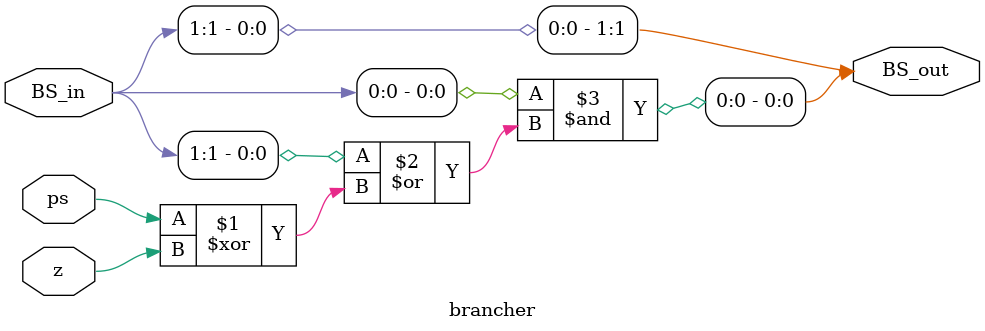
<source format=v>
`timescale 1ns / 1ps

module constant(input [5:0] immidiate_value,input cs,output [7:0] constant_unit_out);

reg [7:0] constantunit;

always@(cs , immidiate_value)
begin
if (cs)
    if (immidiate_value[5] == 1'b0)
        constantunit =  8'b0000_0000+  immidiate_value ;
    else
        constantunit = 8'b1100_0000 + immidiate_value;
else
    constantunit = 8'b0000_0000+  immidiate_value;
end
assign constant_unit_out = constantunit;
endmodule

// mux a implementation
module mux_a(
input MA, // mux a selector lines
input [7:0]PC_minus1,  //pc value from previous cycle
input [7:0]register_a, //register a value output
output [7:0] mux_a_out  // mux a output value
);
reg [7:0] mux_a;  // register value a out
always@(MA,PC_minus1,register_a)begin

if (MA)
    mux_a = PC_minus1;
else
    mux_a = register_a;
end
assign mux_a_out = mux_a ;
endmodule

// mux b implementation
module mux_b(
input MB, // mux a selector lines
input [7:0]constantunit_out,  //pc value from previous cycle
input [7:0]register_b, //register b value output
output [7:0]mux_b_out  // mux b output value
);
reg [7:0]mux_b;  // register value b out
always@(MB,constantunit_out,register_b)begin

if (MB)
    mux_b = constantunit_out;
else
    mux_b = register_b;
end
assign mux_b_out = mux_b ;
endmodule

// mux d implementation
module mux_d(
input [1:0] MD, // mux a selector lines
input [7:0]alu_out,  //pc value from prevous cycle
input [7:0] mem_data, //register a value output
input [7:0] in_out,
output [7:0] mux_d_out  // mux d output value
);
reg [7:0]mux_d;  // register value d out
always@(MD,alu_out,mem_data,in_out)begin

if (MD == 2'b01)
    begin
    mux_d = mem_data;
    end
else if (MD == 2'b10)
    begin
    mux_d = in_out;
    end
else
    begin
    mux_d = alu_out;
    end
end
assign mux_d_out = mux_d ;
endmodule

// mux c implementation
module mux_c(
input [1:0] BS, // mux a selector lines
input [7:0] pc_value,  //pc value from prevous cycle
input [7:0] RAA, //register a value output
input [7:0] Braa,
output [7:0] pc_out);

parameter pc = 2'b00;
parameter jump = 2'b10;
reg [7:0]mux_c; 

always@( BS , pc_value, RAA, Braa)begin

case (BS)  
    pc:
    mux_c = pc_value + 8'h1;
    
    jump:
    mux_c = RAA;
    default:
    mux_c = Braa; 
endcase
end
assign pc_out = mux_c ;
endmodule

module adder(input [7:0]pc,input [7:0]bus_b,output [7:0]BrA);
assign BrA = pc + bus_b;
endmodule

module brancher(input [1:0] BS_in,input ps,input z,output [1:0] BS_out);
assign BS_out = {BS_in[1],(BS_in[0]&(BS_in[1]|(ps ^ z)))};
endmodule


</source>
